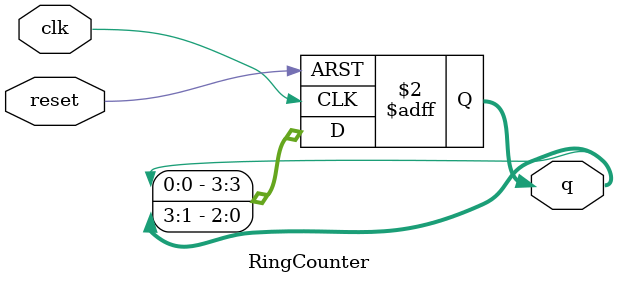
<source format=v>
module RingCounter(
    input clk,
    input reset,
    output reg [3:0] q
);
    always @(posedge clk or posedge reset) begin
        if (reset)
            q <= 4'b1000;            // Initialize to the first state
        else
            q <= {q[0], q[3:1]};     // Right shift operation
    end
endmodule


</source>
